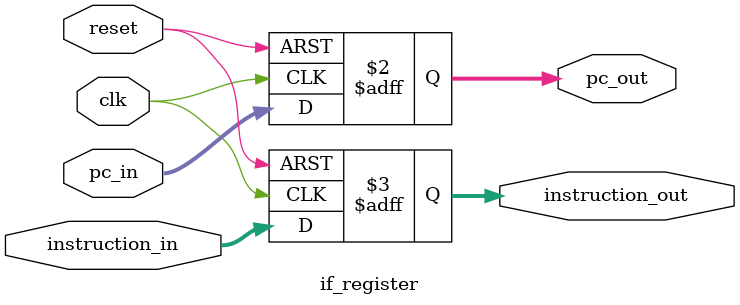
<source format=v>
module if_register(
    input          clk,
    input          reset,
    input [31:0]  pc_in,                 // Current PC
    input [31:0]  instruction_in,         // Current PC
    output reg [31:0]  pc_out,                 // Current PC
    output reg [31:0]  instruction_out         // Current PC
);


    always @(posedge clk or posedge reset) begin
        if (reset) begin
            pc_out          <= 32'b0;
            instruction_out <= 32'b0;
        end else begin
            pc_out          <= pc_in;
            instruction_out <= instruction_in;
        end
    end


endmodule
</source>
